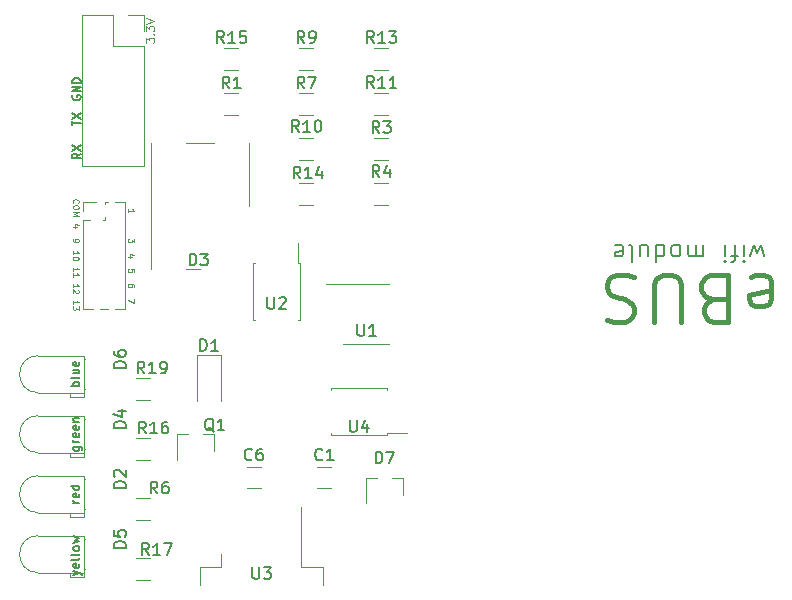
<source format=gbr>
%TF.GenerationSoftware,KiCad,Pcbnew,5.1.5+dfsg1-2build2*%
%TF.CreationDate,2022-11-14T11:38:36+01:00*%
%TF.ProjectId,ebus,65627573-2e6b-4696-9361-645f70636258,rev?*%
%TF.SameCoordinates,Original*%
%TF.FileFunction,Legend,Top*%
%TF.FilePolarity,Positive*%
%FSLAX46Y46*%
G04 Gerber Fmt 4.6, Leading zero omitted, Abs format (unit mm)*
G04 Created by KiCad (PCBNEW 5.1.5+dfsg1-2build2) date 2022-11-14 11:38:36*
%MOMM*%
%LPD*%
G04 APERTURE LIST*
%ADD10C,0.125000*%
%ADD11C,0.200000*%
%ADD12C,0.400000*%
%ADD13C,0.150000*%
%ADD14C,0.120000*%
G04 APERTURE END LIST*
D10*
X63448428Y-106160142D02*
X63424619Y-106136333D01*
X63400809Y-106064904D01*
X63400809Y-106017285D01*
X63424619Y-105945857D01*
X63472238Y-105898238D01*
X63519857Y-105874428D01*
X63615095Y-105850619D01*
X63686523Y-105850619D01*
X63781761Y-105874428D01*
X63829380Y-105898238D01*
X63877000Y-105945857D01*
X63900809Y-106017285D01*
X63900809Y-106064904D01*
X63877000Y-106136333D01*
X63853190Y-106160142D01*
X63900809Y-106469666D02*
X63900809Y-106564904D01*
X63877000Y-106612523D01*
X63829380Y-106660142D01*
X63734142Y-106683952D01*
X63567476Y-106683952D01*
X63472238Y-106660142D01*
X63424619Y-106612523D01*
X63400809Y-106564904D01*
X63400809Y-106469666D01*
X63424619Y-106422047D01*
X63472238Y-106374428D01*
X63567476Y-106350619D01*
X63734142Y-106350619D01*
X63829380Y-106374428D01*
X63877000Y-106422047D01*
X63900809Y-106469666D01*
X63400809Y-106898238D02*
X63900809Y-106898238D01*
X63543666Y-107064904D01*
X63900809Y-107231571D01*
X63400809Y-107231571D01*
X63400809Y-114712761D02*
X63400809Y-114427047D01*
X63400809Y-114569904D02*
X63900809Y-114569904D01*
X63829380Y-114522285D01*
X63781761Y-114474666D01*
X63757952Y-114427047D01*
X63900809Y-114879428D02*
X63900809Y-115188952D01*
X63710333Y-115022285D01*
X63710333Y-115093714D01*
X63686523Y-115141333D01*
X63662714Y-115165142D01*
X63615095Y-115188952D01*
X63496047Y-115188952D01*
X63448428Y-115165142D01*
X63424619Y-115141333D01*
X63400809Y-115093714D01*
X63400809Y-114950857D01*
X63424619Y-114903238D01*
X63448428Y-114879428D01*
X63400809Y-113315761D02*
X63400809Y-113030047D01*
X63400809Y-113172904D02*
X63900809Y-113172904D01*
X63829380Y-113125285D01*
X63781761Y-113077666D01*
X63757952Y-113030047D01*
X63853190Y-113506238D02*
X63877000Y-113530047D01*
X63900809Y-113577666D01*
X63900809Y-113696714D01*
X63877000Y-113744333D01*
X63853190Y-113768142D01*
X63805571Y-113791952D01*
X63757952Y-113791952D01*
X63686523Y-113768142D01*
X63400809Y-113482428D01*
X63400809Y-113791952D01*
X63400809Y-111918761D02*
X63400809Y-111633047D01*
X63400809Y-111775904D02*
X63900809Y-111775904D01*
X63829380Y-111728285D01*
X63781761Y-111680666D01*
X63757952Y-111633047D01*
X63400809Y-112394952D02*
X63400809Y-112109238D01*
X63400809Y-112252095D02*
X63900809Y-112252095D01*
X63829380Y-112204476D01*
X63781761Y-112156857D01*
X63757952Y-112109238D01*
X63400809Y-110521761D02*
X63400809Y-110236047D01*
X63400809Y-110378904D02*
X63900809Y-110378904D01*
X63829380Y-110331285D01*
X63781761Y-110283666D01*
X63757952Y-110236047D01*
X63900809Y-110831285D02*
X63900809Y-110878904D01*
X63877000Y-110926523D01*
X63853190Y-110950333D01*
X63805571Y-110974142D01*
X63710333Y-110997952D01*
X63591285Y-110997952D01*
X63496047Y-110974142D01*
X63448428Y-110950333D01*
X63424619Y-110926523D01*
X63400809Y-110878904D01*
X63400809Y-110831285D01*
X63424619Y-110783666D01*
X63448428Y-110759857D01*
X63496047Y-110736047D01*
X63591285Y-110712238D01*
X63710333Y-110712238D01*
X63805571Y-110736047D01*
X63853190Y-110759857D01*
X63877000Y-110783666D01*
X63900809Y-110831285D01*
X63400809Y-109251761D02*
X63400809Y-109347000D01*
X63424619Y-109394619D01*
X63448428Y-109418428D01*
X63519857Y-109466047D01*
X63615095Y-109489857D01*
X63805571Y-109489857D01*
X63853190Y-109466047D01*
X63877000Y-109442238D01*
X63900809Y-109394619D01*
X63900809Y-109299380D01*
X63877000Y-109251761D01*
X63853190Y-109227952D01*
X63805571Y-109204142D01*
X63686523Y-109204142D01*
X63638904Y-109227952D01*
X63615095Y-109251761D01*
X63591285Y-109299380D01*
X63591285Y-109394619D01*
X63615095Y-109442238D01*
X63638904Y-109466047D01*
X63686523Y-109489857D01*
X63734142Y-108172238D02*
X63400809Y-108172238D01*
X63924619Y-108053190D02*
X63567476Y-107934142D01*
X63567476Y-108243666D01*
X68599809Y-114260333D02*
X68599809Y-114593666D01*
X68099809Y-114379380D01*
X68599809Y-113252238D02*
X68599809Y-113157000D01*
X68576000Y-113109380D01*
X68552190Y-113085571D01*
X68480761Y-113037952D01*
X68385523Y-113014142D01*
X68195047Y-113014142D01*
X68147428Y-113037952D01*
X68123619Y-113061761D01*
X68099809Y-113109380D01*
X68099809Y-113204619D01*
X68123619Y-113252238D01*
X68147428Y-113276047D01*
X68195047Y-113299857D01*
X68314095Y-113299857D01*
X68361714Y-113276047D01*
X68385523Y-113252238D01*
X68409333Y-113204619D01*
X68409333Y-113109380D01*
X68385523Y-113061761D01*
X68361714Y-113037952D01*
X68314095Y-113014142D01*
X68599809Y-112006047D02*
X68599809Y-111767952D01*
X68361714Y-111744142D01*
X68385523Y-111767952D01*
X68409333Y-111815571D01*
X68409333Y-111934619D01*
X68385523Y-111982238D01*
X68361714Y-112006047D01*
X68314095Y-112029857D01*
X68195047Y-112029857D01*
X68147428Y-112006047D01*
X68123619Y-111982238D01*
X68099809Y-111934619D01*
X68099809Y-111815571D01*
X68123619Y-111767952D01*
X68147428Y-111744142D01*
X68433142Y-110712238D02*
X68099809Y-110712238D01*
X68623619Y-110593190D02*
X68266476Y-110474142D01*
X68266476Y-110783666D01*
X68599809Y-109180333D02*
X68599809Y-109489857D01*
X68409333Y-109323190D01*
X68409333Y-109394619D01*
X68385523Y-109442238D01*
X68361714Y-109466047D01*
X68314095Y-109489857D01*
X68195047Y-109489857D01*
X68147428Y-109466047D01*
X68123619Y-109442238D01*
X68099809Y-109394619D01*
X68099809Y-109251761D01*
X68123619Y-109204142D01*
X68147428Y-109180333D01*
X68099809Y-106949857D02*
X68099809Y-106664142D01*
X68099809Y-106807000D02*
X68599809Y-106807000D01*
X68528380Y-106759380D01*
X68480761Y-106711761D01*
X68456952Y-106664142D01*
D11*
X121927142Y-110684428D02*
X121641428Y-109684428D01*
X121355714Y-110398714D01*
X121070000Y-109684428D01*
X120784285Y-110684428D01*
X120212857Y-109684428D02*
X120212857Y-110684428D01*
X120212857Y-111184428D02*
X120284285Y-111113000D01*
X120212857Y-111041571D01*
X120141428Y-111113000D01*
X120212857Y-111184428D01*
X120212857Y-111041571D01*
X119712857Y-110684428D02*
X119141428Y-110684428D01*
X119498571Y-109684428D02*
X119498571Y-110970142D01*
X119427142Y-111113000D01*
X119284285Y-111184428D01*
X119141428Y-111184428D01*
X118641428Y-109684428D02*
X118641428Y-110684428D01*
X118641428Y-111184428D02*
X118712857Y-111113000D01*
X118641428Y-111041571D01*
X118570000Y-111113000D01*
X118641428Y-111184428D01*
X118641428Y-111041571D01*
X116784285Y-109684428D02*
X116784285Y-110684428D01*
X116784285Y-110541571D02*
X116712857Y-110613000D01*
X116570000Y-110684428D01*
X116355714Y-110684428D01*
X116212857Y-110613000D01*
X116141428Y-110470142D01*
X116141428Y-109684428D01*
X116141428Y-110470142D02*
X116070000Y-110613000D01*
X115927142Y-110684428D01*
X115712857Y-110684428D01*
X115570000Y-110613000D01*
X115498571Y-110470142D01*
X115498571Y-109684428D01*
X114570000Y-109684428D02*
X114712857Y-109755857D01*
X114784285Y-109827285D01*
X114855714Y-109970142D01*
X114855714Y-110398714D01*
X114784285Y-110541571D01*
X114712857Y-110613000D01*
X114570000Y-110684428D01*
X114355714Y-110684428D01*
X114212857Y-110613000D01*
X114141428Y-110541571D01*
X114070000Y-110398714D01*
X114070000Y-109970142D01*
X114141428Y-109827285D01*
X114212857Y-109755857D01*
X114355714Y-109684428D01*
X114570000Y-109684428D01*
X112784285Y-109684428D02*
X112784285Y-111184428D01*
X112784285Y-109755857D02*
X112927142Y-109684428D01*
X113212857Y-109684428D01*
X113355714Y-109755857D01*
X113427142Y-109827285D01*
X113498571Y-109970142D01*
X113498571Y-110398714D01*
X113427142Y-110541571D01*
X113355714Y-110613000D01*
X113212857Y-110684428D01*
X112927142Y-110684428D01*
X112784285Y-110613000D01*
X111427142Y-110684428D02*
X111427142Y-109684428D01*
X112070000Y-110684428D02*
X112070000Y-109898714D01*
X111998571Y-109755857D01*
X111855714Y-109684428D01*
X111641428Y-109684428D01*
X111498571Y-109755857D01*
X111427142Y-109827285D01*
X110498571Y-109684428D02*
X110641428Y-109755857D01*
X110712857Y-109898714D01*
X110712857Y-111184428D01*
X109355714Y-109755857D02*
X109498571Y-109684428D01*
X109784285Y-109684428D01*
X109927142Y-109755857D01*
X109998571Y-109898714D01*
X109998571Y-110470142D01*
X109927142Y-110613000D01*
X109784285Y-110684428D01*
X109498571Y-110684428D01*
X109355714Y-110613000D01*
X109284285Y-110470142D01*
X109284285Y-110327285D01*
X109998571Y-110184428D01*
D12*
X120808095Y-112426952D02*
X121189047Y-112236476D01*
X121950952Y-112236476D01*
X122331904Y-112426952D01*
X122522380Y-112807904D01*
X122522380Y-114331714D01*
X122331904Y-114712666D01*
X121950952Y-114903142D01*
X121189047Y-114903142D01*
X120808095Y-114712666D01*
X120617619Y-114331714D01*
X120617619Y-113950761D01*
X122522380Y-113569809D01*
X117570000Y-114331714D02*
X116998571Y-114141238D01*
X116808095Y-113950761D01*
X116617619Y-113569809D01*
X116617619Y-112998380D01*
X116808095Y-112617428D01*
X116998571Y-112426952D01*
X117379523Y-112236476D01*
X118903333Y-112236476D01*
X118903333Y-116236476D01*
X117570000Y-116236476D01*
X117189047Y-116046000D01*
X116998571Y-115855523D01*
X116808095Y-115474571D01*
X116808095Y-115093619D01*
X116998571Y-114712666D01*
X117189047Y-114522190D01*
X117570000Y-114331714D01*
X118903333Y-114331714D01*
X114903333Y-116236476D02*
X114903333Y-112998380D01*
X114712857Y-112617428D01*
X114522380Y-112426952D01*
X114141428Y-112236476D01*
X113379523Y-112236476D01*
X112998571Y-112426952D01*
X112808095Y-112617428D01*
X112617619Y-112998380D01*
X112617619Y-116236476D01*
X110903333Y-112426952D02*
X110331904Y-112236476D01*
X109379523Y-112236476D01*
X108998571Y-112426952D01*
X108808095Y-112617428D01*
X108617619Y-112998380D01*
X108617619Y-113379333D01*
X108808095Y-113760285D01*
X108998571Y-113950761D01*
X109379523Y-114141238D01*
X110141428Y-114331714D01*
X110522380Y-114522190D01*
X110712857Y-114712666D01*
X110903333Y-115093619D01*
X110903333Y-115474571D01*
X110712857Y-115855523D01*
X110522380Y-116046000D01*
X110141428Y-116236476D01*
X109189047Y-116236476D01*
X108617619Y-116046000D01*
D13*
X63966285Y-121667857D02*
X63216285Y-121667857D01*
X63502000Y-121667857D02*
X63466285Y-121596428D01*
X63466285Y-121453571D01*
X63502000Y-121382142D01*
X63537714Y-121346428D01*
X63609142Y-121310714D01*
X63823428Y-121310714D01*
X63894857Y-121346428D01*
X63930571Y-121382142D01*
X63966285Y-121453571D01*
X63966285Y-121596428D01*
X63930571Y-121667857D01*
X63966285Y-120882142D02*
X63930571Y-120953571D01*
X63859142Y-120989285D01*
X63216285Y-120989285D01*
X63466285Y-120275000D02*
X63966285Y-120275000D01*
X63466285Y-120596428D02*
X63859142Y-120596428D01*
X63930571Y-120560714D01*
X63966285Y-120489285D01*
X63966285Y-120382142D01*
X63930571Y-120310714D01*
X63894857Y-120275000D01*
X63930571Y-119632142D02*
X63966285Y-119703571D01*
X63966285Y-119846428D01*
X63930571Y-119917857D01*
X63859142Y-119953571D01*
X63573428Y-119953571D01*
X63502000Y-119917857D01*
X63466285Y-119846428D01*
X63466285Y-119703571D01*
X63502000Y-119632142D01*
X63573428Y-119596428D01*
X63644857Y-119596428D01*
X63716285Y-119953571D01*
X63466285Y-126783571D02*
X64073428Y-126783571D01*
X64144857Y-126819285D01*
X64180571Y-126855000D01*
X64216285Y-126926428D01*
X64216285Y-127033571D01*
X64180571Y-127105000D01*
X63930571Y-126783571D02*
X63966285Y-126855000D01*
X63966285Y-126997857D01*
X63930571Y-127069285D01*
X63894857Y-127105000D01*
X63823428Y-127140714D01*
X63609142Y-127140714D01*
X63537714Y-127105000D01*
X63502000Y-127069285D01*
X63466285Y-126997857D01*
X63466285Y-126855000D01*
X63502000Y-126783571D01*
X63966285Y-126426428D02*
X63466285Y-126426428D01*
X63609142Y-126426428D02*
X63537714Y-126390714D01*
X63502000Y-126355000D01*
X63466285Y-126283571D01*
X63466285Y-126212142D01*
X63930571Y-125676428D02*
X63966285Y-125747857D01*
X63966285Y-125890714D01*
X63930571Y-125962142D01*
X63859142Y-125997857D01*
X63573428Y-125997857D01*
X63502000Y-125962142D01*
X63466285Y-125890714D01*
X63466285Y-125747857D01*
X63502000Y-125676428D01*
X63573428Y-125640714D01*
X63644857Y-125640714D01*
X63716285Y-125997857D01*
X63930571Y-125033571D02*
X63966285Y-125105000D01*
X63966285Y-125247857D01*
X63930571Y-125319285D01*
X63859142Y-125355000D01*
X63573428Y-125355000D01*
X63502000Y-125319285D01*
X63466285Y-125247857D01*
X63466285Y-125105000D01*
X63502000Y-125033571D01*
X63573428Y-124997857D01*
X63644857Y-124997857D01*
X63716285Y-125355000D01*
X63466285Y-124676428D02*
X63966285Y-124676428D01*
X63537714Y-124676428D02*
X63502000Y-124640714D01*
X63466285Y-124569285D01*
X63466285Y-124462142D01*
X63502000Y-124390714D01*
X63573428Y-124355000D01*
X63966285Y-124355000D01*
X63966285Y-131524285D02*
X63466285Y-131524285D01*
X63609142Y-131524285D02*
X63537714Y-131488571D01*
X63502000Y-131452857D01*
X63466285Y-131381428D01*
X63466285Y-131310000D01*
X63930571Y-130774285D02*
X63966285Y-130845714D01*
X63966285Y-130988571D01*
X63930571Y-131060000D01*
X63859142Y-131095714D01*
X63573428Y-131095714D01*
X63502000Y-131060000D01*
X63466285Y-130988571D01*
X63466285Y-130845714D01*
X63502000Y-130774285D01*
X63573428Y-130738571D01*
X63644857Y-130738571D01*
X63716285Y-131095714D01*
X63966285Y-130095714D02*
X63216285Y-130095714D01*
X63930571Y-130095714D02*
X63966285Y-130167142D01*
X63966285Y-130310000D01*
X63930571Y-130381428D01*
X63894857Y-130417142D01*
X63823428Y-130452857D01*
X63609142Y-130452857D01*
X63537714Y-130417142D01*
X63502000Y-130381428D01*
X63466285Y-130310000D01*
X63466285Y-130167142D01*
X63502000Y-130095714D01*
X63466285Y-137642000D02*
X63966285Y-137463428D01*
X63466285Y-137284857D02*
X63966285Y-137463428D01*
X64144857Y-137534857D01*
X64180571Y-137570571D01*
X64216285Y-137642000D01*
X63930571Y-136713428D02*
X63966285Y-136784857D01*
X63966285Y-136927714D01*
X63930571Y-136999142D01*
X63859142Y-137034857D01*
X63573428Y-137034857D01*
X63502000Y-136999142D01*
X63466285Y-136927714D01*
X63466285Y-136784857D01*
X63502000Y-136713428D01*
X63573428Y-136677714D01*
X63644857Y-136677714D01*
X63716285Y-137034857D01*
X63966285Y-136249142D02*
X63930571Y-136320571D01*
X63859142Y-136356285D01*
X63216285Y-136356285D01*
X63966285Y-135856285D02*
X63930571Y-135927714D01*
X63859142Y-135963428D01*
X63216285Y-135963428D01*
X63966285Y-135463428D02*
X63930571Y-135534857D01*
X63894857Y-135570571D01*
X63823428Y-135606285D01*
X63609142Y-135606285D01*
X63537714Y-135570571D01*
X63502000Y-135534857D01*
X63466285Y-135463428D01*
X63466285Y-135356285D01*
X63502000Y-135284857D01*
X63537714Y-135249142D01*
X63609142Y-135213428D01*
X63823428Y-135213428D01*
X63894857Y-135249142D01*
X63930571Y-135284857D01*
X63966285Y-135356285D01*
X63966285Y-135463428D01*
X63466285Y-134963428D02*
X63966285Y-134820571D01*
X63609142Y-134677714D01*
X63966285Y-134534857D01*
X63466285Y-134392000D01*
D10*
X69593666Y-92600333D02*
X69593666Y-92167000D01*
X69860333Y-92400333D01*
X69860333Y-92300333D01*
X69893666Y-92233666D01*
X69927000Y-92200333D01*
X69993666Y-92167000D01*
X70160333Y-92167000D01*
X70227000Y-92200333D01*
X70260333Y-92233666D01*
X70293666Y-92300333D01*
X70293666Y-92500333D01*
X70260333Y-92567000D01*
X70227000Y-92600333D01*
X70227000Y-91867000D02*
X70260333Y-91833666D01*
X70293666Y-91867000D01*
X70260333Y-91900333D01*
X70227000Y-91867000D01*
X70293666Y-91867000D01*
X69593666Y-91600333D02*
X69593666Y-91167000D01*
X69860333Y-91400333D01*
X69860333Y-91300333D01*
X69893666Y-91233666D01*
X69927000Y-91200333D01*
X69993666Y-91167000D01*
X70160333Y-91167000D01*
X70227000Y-91200333D01*
X70260333Y-91233666D01*
X70293666Y-91300333D01*
X70293666Y-91500333D01*
X70260333Y-91567000D01*
X70227000Y-91600333D01*
X69593666Y-90967000D02*
X70293666Y-90733666D01*
X69593666Y-90500333D01*
D13*
X64070666Y-101970666D02*
X63737333Y-102204000D01*
X64070666Y-102370666D02*
X63370666Y-102370666D01*
X63370666Y-102104000D01*
X63404000Y-102037333D01*
X63437333Y-102004000D01*
X63504000Y-101970666D01*
X63604000Y-101970666D01*
X63670666Y-102004000D01*
X63704000Y-102037333D01*
X63737333Y-102104000D01*
X63737333Y-102370666D01*
X63370666Y-101737333D02*
X64070666Y-101270666D01*
X63370666Y-101270666D02*
X64070666Y-101737333D01*
X63370666Y-99593333D02*
X63370666Y-99193333D01*
X64070666Y-99393333D02*
X63370666Y-99393333D01*
X63370666Y-99026666D02*
X64070666Y-98560000D01*
X63370666Y-98560000D02*
X64070666Y-99026666D01*
X63404000Y-97053333D02*
X63370666Y-97120000D01*
X63370666Y-97220000D01*
X63404000Y-97320000D01*
X63470666Y-97386666D01*
X63537333Y-97420000D01*
X63670666Y-97453333D01*
X63770666Y-97453333D01*
X63904000Y-97420000D01*
X63970666Y-97386666D01*
X64037333Y-97320000D01*
X64070666Y-97220000D01*
X64070666Y-97153333D01*
X64037333Y-97053333D01*
X64004000Y-97020000D01*
X63770666Y-97020000D01*
X63770666Y-97153333D01*
X64070666Y-96720000D02*
X63370666Y-96720000D01*
X64070666Y-96320000D01*
X63370666Y-96320000D01*
X64070666Y-95986666D02*
X63370666Y-95986666D01*
X63370666Y-95820000D01*
X63404000Y-95720000D01*
X63470666Y-95653333D01*
X63537333Y-95620000D01*
X63670666Y-95586666D01*
X63770666Y-95586666D01*
X63904000Y-95620000D01*
X63970666Y-95653333D01*
X64037333Y-95720000D01*
X64070666Y-95820000D01*
X64070666Y-95986666D01*
D14*
%TO.C,D3*%
X75368000Y-101066000D02*
X72968000Y-101066000D01*
X78328000Y-106426000D02*
X78328000Y-101066000D01*
X70008000Y-111786000D02*
X70008000Y-101066000D01*
X74168000Y-111786000D02*
X72968000Y-111786000D01*
%TO.C,J8*%
X64275000Y-106047000D02*
X65405000Y-106047000D01*
X64275000Y-106807000D02*
X64275000Y-106047000D01*
X66982530Y-106112000D02*
X67805000Y-106112000D01*
X66165000Y-106112000D02*
X66367470Y-106112000D01*
X66165000Y-106243529D02*
X66165000Y-106112000D01*
X66165000Y-107513529D02*
X66165000Y-107370471D01*
X65968471Y-107567000D02*
X66111529Y-107567000D01*
X64275000Y-107567000D02*
X64841529Y-107567000D01*
X67805000Y-106112000D02*
X67805000Y-115122000D01*
X64275000Y-107567000D02*
X64275000Y-115122000D01*
X65712530Y-115122000D02*
X66367470Y-115122000D01*
X66982530Y-115122000D02*
X67805000Y-115122000D01*
X64275000Y-115122000D02*
X65097470Y-115122000D01*
%TO.C,U4*%
X85230000Y-125825000D02*
X85230000Y-125675000D01*
X90030000Y-125825000D02*
X85230000Y-125825000D01*
X90030000Y-125675000D02*
X90030000Y-125825000D01*
X90030000Y-121825000D02*
X90030000Y-121975000D01*
X85230000Y-121825000D02*
X90030000Y-121825000D01*
X85230000Y-121975000D02*
X85230000Y-121825000D01*
X90030000Y-125675000D02*
X91730000Y-125675000D01*
%TO.C,U3*%
X75985000Y-137004000D02*
X75985000Y-135904000D01*
X74175000Y-137004000D02*
X75985000Y-137004000D01*
X74175000Y-138504000D02*
X74175000Y-137004000D01*
X82765000Y-137004000D02*
X82765000Y-131879000D01*
X84575000Y-137004000D02*
X82765000Y-137004000D01*
X84575000Y-138504000D02*
X84575000Y-137004000D01*
%TO.C,U2*%
X82645000Y-116065000D02*
X82495000Y-116065000D01*
X82645000Y-111265000D02*
X82645000Y-116065000D01*
X82495000Y-111265000D02*
X82645000Y-111265000D01*
X78645000Y-111265000D02*
X78795000Y-111265000D01*
X78645000Y-116065000D02*
X78645000Y-111265000D01*
X78795000Y-116065000D02*
X78645000Y-116065000D01*
X82495000Y-111265000D02*
X82495000Y-109565000D01*
%TO.C,J3*%
X68072000Y-90237000D02*
X69402000Y-90237000D01*
X69402000Y-90237000D02*
X69402000Y-91567000D01*
X66802000Y-90237000D02*
X66802000Y-92837000D01*
X66802000Y-92837000D02*
X69402000Y-92837000D01*
X69402000Y-92837000D02*
X69402000Y-103057000D01*
X64202000Y-103057000D02*
X69402000Y-103057000D01*
X64202000Y-90237000D02*
X64202000Y-103057000D01*
X64202000Y-90237000D02*
X66802000Y-90237000D01*
%TO.C,U1*%
X88265000Y-118130000D02*
X90215000Y-118130000D01*
X88265000Y-118130000D02*
X86315000Y-118130000D01*
X88265000Y-113010000D02*
X90215000Y-113010000D01*
X88265000Y-113010000D02*
X84815000Y-113010000D01*
%TO.C,Q1*%
X75367000Y-125732000D02*
X74437000Y-125732000D01*
X72207000Y-125732000D02*
X73137000Y-125732000D01*
X72207000Y-125732000D02*
X72207000Y-127892000D01*
X75367000Y-125732000D02*
X75367000Y-127192000D01*
%TO.C,D7*%
X91369000Y-129415000D02*
X90439000Y-129415000D01*
X88209000Y-129415000D02*
X89139000Y-129415000D01*
X88209000Y-129415000D02*
X88209000Y-131575000D01*
X91369000Y-129415000D02*
X91369000Y-130875000D01*
%TO.C,D1*%
X75930000Y-119035000D02*
X73930000Y-119035000D01*
X73930000Y-119035000D02*
X73930000Y-122935000D01*
X75930000Y-119035000D02*
X75930000Y-122935000D01*
%TO.C,R19*%
X68739936Y-121010000D02*
X69944064Y-121010000D01*
X68739936Y-122830000D02*
X69944064Y-122830000D01*
%TO.C,R17*%
X68739936Y-136250000D02*
X69944064Y-136250000D01*
X68739936Y-138070000D02*
X69944064Y-138070000D01*
%TO.C,R16*%
X68739936Y-126090000D02*
X69944064Y-126090000D01*
X68739936Y-127910000D02*
X69944064Y-127910000D01*
%TO.C,R15*%
X76232936Y-93070000D02*
X77437064Y-93070000D01*
X76232936Y-94890000D02*
X77437064Y-94890000D01*
%TO.C,R14*%
X83787064Y-106320000D02*
X82582936Y-106320000D01*
X83787064Y-104500000D02*
X82582936Y-104500000D01*
%TO.C,R13*%
X88932936Y-93070000D02*
X90137064Y-93070000D01*
X88932936Y-94890000D02*
X90137064Y-94890000D01*
%TO.C,R11*%
X88932936Y-96880000D02*
X90137064Y-96880000D01*
X88932936Y-98700000D02*
X90137064Y-98700000D01*
%TO.C,R10*%
X83787064Y-102510000D02*
X82582936Y-102510000D01*
X83787064Y-100690000D02*
X82582936Y-100690000D01*
%TO.C,R9*%
X82582936Y-93070000D02*
X83787064Y-93070000D01*
X82582936Y-94890000D02*
X83787064Y-94890000D01*
%TO.C,R7*%
X82582936Y-96880000D02*
X83787064Y-96880000D01*
X82582936Y-98700000D02*
X83787064Y-98700000D01*
%TO.C,R6*%
X68739936Y-131170000D02*
X69944064Y-131170000D01*
X68739936Y-132990000D02*
X69944064Y-132990000D01*
%TO.C,R4*%
X90137064Y-106320000D02*
X88932936Y-106320000D01*
X90137064Y-104500000D02*
X88932936Y-104500000D01*
%TO.C,R3*%
X88932936Y-100690000D02*
X90137064Y-100690000D01*
X88932936Y-102510000D02*
X90137064Y-102510000D01*
%TO.C,R1*%
X77437064Y-98700000D02*
X76232936Y-98700000D01*
X77437064Y-96880000D02*
X76232936Y-96880000D01*
%TO.C,C6*%
X78137936Y-128503000D02*
X79342064Y-128503000D01*
X78137936Y-130323000D02*
X79342064Y-130323000D01*
%TO.C,C1*%
X85311064Y-130323000D02*
X84106936Y-130323000D01*
X85311064Y-128503000D02*
X84106936Y-128503000D01*
%TO.C,D6*%
X64322000Y-119090000D02*
X60462000Y-119090000D01*
X64322000Y-122210000D02*
X60462000Y-122210000D01*
X64322000Y-119090000D02*
X64322000Y-122210000D01*
X64322000Y-122610000D02*
X63202000Y-122610000D01*
X63202000Y-122610000D02*
X63202000Y-122210000D01*
X63202000Y-122210000D02*
X64322000Y-122210000D01*
X64322000Y-122210000D02*
X64322000Y-122610000D01*
X64452000Y-119380000D02*
X64322000Y-119380000D01*
X64322000Y-119380000D02*
X64322000Y-119380000D01*
X64322000Y-119380000D02*
X64452000Y-119380000D01*
X64452000Y-119380000D02*
X64452000Y-119380000D01*
X64452000Y-121920000D02*
X64322000Y-121920000D01*
X64322000Y-121920000D02*
X64322000Y-121920000D01*
X64322000Y-121920000D02*
X64452000Y-121920000D01*
X64452000Y-121920000D02*
X64452000Y-121920000D01*
X60462000Y-122210000D02*
G75*
G02X60462000Y-119090000I0J1560000D01*
G01*
%TO.C,D5*%
X64322000Y-134330000D02*
X60462000Y-134330000D01*
X64322000Y-137450000D02*
X60462000Y-137450000D01*
X64322000Y-134330000D02*
X64322000Y-137450000D01*
X64322000Y-137850000D02*
X63202000Y-137850000D01*
X63202000Y-137850000D02*
X63202000Y-137450000D01*
X63202000Y-137450000D02*
X64322000Y-137450000D01*
X64322000Y-137450000D02*
X64322000Y-137850000D01*
X64452000Y-134620000D02*
X64322000Y-134620000D01*
X64322000Y-134620000D02*
X64322000Y-134620000D01*
X64322000Y-134620000D02*
X64452000Y-134620000D01*
X64452000Y-134620000D02*
X64452000Y-134620000D01*
X64452000Y-137160000D02*
X64322000Y-137160000D01*
X64322000Y-137160000D02*
X64322000Y-137160000D01*
X64322000Y-137160000D02*
X64452000Y-137160000D01*
X64452000Y-137160000D02*
X64452000Y-137160000D01*
X60462000Y-137450000D02*
G75*
G02X60462000Y-134330000I0J1560000D01*
G01*
%TO.C,D4*%
X64322000Y-124170000D02*
X60462000Y-124170000D01*
X64322000Y-127290000D02*
X60462000Y-127290000D01*
X64322000Y-124170000D02*
X64322000Y-127290000D01*
X64322000Y-127690000D02*
X63202000Y-127690000D01*
X63202000Y-127690000D02*
X63202000Y-127290000D01*
X63202000Y-127290000D02*
X64322000Y-127290000D01*
X64322000Y-127290000D02*
X64322000Y-127690000D01*
X64452000Y-124460000D02*
X64322000Y-124460000D01*
X64322000Y-124460000D02*
X64322000Y-124460000D01*
X64322000Y-124460000D02*
X64452000Y-124460000D01*
X64452000Y-124460000D02*
X64452000Y-124460000D01*
X64452000Y-127000000D02*
X64322000Y-127000000D01*
X64322000Y-127000000D02*
X64322000Y-127000000D01*
X64322000Y-127000000D02*
X64452000Y-127000000D01*
X64452000Y-127000000D02*
X64452000Y-127000000D01*
X60462000Y-127290000D02*
G75*
G02X60462000Y-124170000I0J1560000D01*
G01*
%TO.C,D2*%
X64322000Y-129250000D02*
X60462000Y-129250000D01*
X64322000Y-132370000D02*
X60462000Y-132370000D01*
X64322000Y-129250000D02*
X64322000Y-132370000D01*
X64322000Y-132770000D02*
X63202000Y-132770000D01*
X63202000Y-132770000D02*
X63202000Y-132370000D01*
X63202000Y-132370000D02*
X64322000Y-132370000D01*
X64322000Y-132370000D02*
X64322000Y-132770000D01*
X64452000Y-129540000D02*
X64322000Y-129540000D01*
X64322000Y-129540000D02*
X64322000Y-129540000D01*
X64322000Y-129540000D02*
X64452000Y-129540000D01*
X64452000Y-129540000D02*
X64452000Y-129540000D01*
X64452000Y-132080000D02*
X64322000Y-132080000D01*
X64322000Y-132080000D02*
X64322000Y-132080000D01*
X64322000Y-132080000D02*
X64452000Y-132080000D01*
X64452000Y-132080000D02*
X64452000Y-132080000D01*
X60462000Y-132370000D02*
G75*
G02X60462000Y-129250000I0J1560000D01*
G01*
%TO.C,D3*%
D13*
X73302904Y-111450380D02*
X73302904Y-110450380D01*
X73541000Y-110450380D01*
X73683857Y-110498000D01*
X73779095Y-110593238D01*
X73826714Y-110688476D01*
X73874333Y-110878952D01*
X73874333Y-111021809D01*
X73826714Y-111212285D01*
X73779095Y-111307523D01*
X73683857Y-111402761D01*
X73541000Y-111450380D01*
X73302904Y-111450380D01*
X74207666Y-110450380D02*
X74826714Y-110450380D01*
X74493380Y-110831333D01*
X74636238Y-110831333D01*
X74731476Y-110878952D01*
X74779095Y-110926571D01*
X74826714Y-111021809D01*
X74826714Y-111259904D01*
X74779095Y-111355142D01*
X74731476Y-111402761D01*
X74636238Y-111450380D01*
X74350523Y-111450380D01*
X74255285Y-111402761D01*
X74207666Y-111355142D01*
%TO.C,U4*%
X86868095Y-124547380D02*
X86868095Y-125356904D01*
X86915714Y-125452142D01*
X86963333Y-125499761D01*
X87058571Y-125547380D01*
X87249047Y-125547380D01*
X87344285Y-125499761D01*
X87391904Y-125452142D01*
X87439523Y-125356904D01*
X87439523Y-124547380D01*
X88344285Y-124880714D02*
X88344285Y-125547380D01*
X88106190Y-124499761D02*
X87868095Y-125214047D01*
X88487142Y-125214047D01*
%TO.C,U3*%
X78613095Y-136993380D02*
X78613095Y-137802904D01*
X78660714Y-137898142D01*
X78708333Y-137945761D01*
X78803571Y-137993380D01*
X78994047Y-137993380D01*
X79089285Y-137945761D01*
X79136904Y-137898142D01*
X79184523Y-137802904D01*
X79184523Y-136993380D01*
X79565476Y-136993380D02*
X80184523Y-136993380D01*
X79851190Y-137374333D01*
X79994047Y-137374333D01*
X80089285Y-137421952D01*
X80136904Y-137469571D01*
X80184523Y-137564809D01*
X80184523Y-137802904D01*
X80136904Y-137898142D01*
X80089285Y-137945761D01*
X79994047Y-137993380D01*
X79708333Y-137993380D01*
X79613095Y-137945761D01*
X79565476Y-137898142D01*
%TO.C,U2*%
X79883095Y-114133380D02*
X79883095Y-114942904D01*
X79930714Y-115038142D01*
X79978333Y-115085761D01*
X80073571Y-115133380D01*
X80264047Y-115133380D01*
X80359285Y-115085761D01*
X80406904Y-115038142D01*
X80454523Y-114942904D01*
X80454523Y-114133380D01*
X80883095Y-114228619D02*
X80930714Y-114181000D01*
X81025952Y-114133380D01*
X81264047Y-114133380D01*
X81359285Y-114181000D01*
X81406904Y-114228619D01*
X81454523Y-114323857D01*
X81454523Y-114419095D01*
X81406904Y-114561952D01*
X80835476Y-115133380D01*
X81454523Y-115133380D01*
%TO.C,U1*%
X87503095Y-116419380D02*
X87503095Y-117228904D01*
X87550714Y-117324142D01*
X87598333Y-117371761D01*
X87693571Y-117419380D01*
X87884047Y-117419380D01*
X87979285Y-117371761D01*
X88026904Y-117324142D01*
X88074523Y-117228904D01*
X88074523Y-116419380D01*
X89074523Y-117419380D02*
X88503095Y-117419380D01*
X88788809Y-117419380D02*
X88788809Y-116419380D01*
X88693571Y-116562238D01*
X88598333Y-116657476D01*
X88503095Y-116705095D01*
%TO.C,Q1*%
X75342761Y-125515619D02*
X75247523Y-125468000D01*
X75152285Y-125372761D01*
X75009428Y-125229904D01*
X74914190Y-125182285D01*
X74818952Y-125182285D01*
X74866571Y-125420380D02*
X74771333Y-125372761D01*
X74676095Y-125277523D01*
X74628476Y-125087047D01*
X74628476Y-124753714D01*
X74676095Y-124563238D01*
X74771333Y-124468000D01*
X74866571Y-124420380D01*
X75057047Y-124420380D01*
X75152285Y-124468000D01*
X75247523Y-124563238D01*
X75295142Y-124753714D01*
X75295142Y-125087047D01*
X75247523Y-125277523D01*
X75152285Y-125372761D01*
X75057047Y-125420380D01*
X74866571Y-125420380D01*
X76247523Y-125420380D02*
X75676095Y-125420380D01*
X75961809Y-125420380D02*
X75961809Y-124420380D01*
X75866571Y-124563238D01*
X75771333Y-124658476D01*
X75676095Y-124706095D01*
%TO.C,D7*%
X89050904Y-128214380D02*
X89050904Y-127214380D01*
X89289000Y-127214380D01*
X89431857Y-127262000D01*
X89527095Y-127357238D01*
X89574714Y-127452476D01*
X89622333Y-127642952D01*
X89622333Y-127785809D01*
X89574714Y-127976285D01*
X89527095Y-128071523D01*
X89431857Y-128166761D01*
X89289000Y-128214380D01*
X89050904Y-128214380D01*
X89955666Y-127214380D02*
X90622333Y-127214380D01*
X90193761Y-128214380D01*
%TO.C,D1*%
X74191904Y-118689380D02*
X74191904Y-117689380D01*
X74430000Y-117689380D01*
X74572857Y-117737000D01*
X74668095Y-117832238D01*
X74715714Y-117927476D01*
X74763333Y-118117952D01*
X74763333Y-118260809D01*
X74715714Y-118451285D01*
X74668095Y-118546523D01*
X74572857Y-118641761D01*
X74430000Y-118689380D01*
X74191904Y-118689380D01*
X75715714Y-118689380D02*
X75144285Y-118689380D01*
X75430000Y-118689380D02*
X75430000Y-117689380D01*
X75334761Y-117832238D01*
X75239523Y-117927476D01*
X75144285Y-117975095D01*
%TO.C,R19*%
X69461142Y-120594380D02*
X69127809Y-120118190D01*
X68889714Y-120594380D02*
X68889714Y-119594380D01*
X69270666Y-119594380D01*
X69365904Y-119642000D01*
X69413523Y-119689619D01*
X69461142Y-119784857D01*
X69461142Y-119927714D01*
X69413523Y-120022952D01*
X69365904Y-120070571D01*
X69270666Y-120118190D01*
X68889714Y-120118190D01*
X70413523Y-120594380D02*
X69842095Y-120594380D01*
X70127809Y-120594380D02*
X70127809Y-119594380D01*
X70032571Y-119737238D01*
X69937333Y-119832476D01*
X69842095Y-119880095D01*
X70889714Y-120594380D02*
X71080190Y-120594380D01*
X71175428Y-120546761D01*
X71223047Y-120499142D01*
X71318285Y-120356285D01*
X71365904Y-120165809D01*
X71365904Y-119784857D01*
X71318285Y-119689619D01*
X71270666Y-119642000D01*
X71175428Y-119594380D01*
X70984952Y-119594380D01*
X70889714Y-119642000D01*
X70842095Y-119689619D01*
X70794476Y-119784857D01*
X70794476Y-120022952D01*
X70842095Y-120118190D01*
X70889714Y-120165809D01*
X70984952Y-120213428D01*
X71175428Y-120213428D01*
X71270666Y-120165809D01*
X71318285Y-120118190D01*
X71365904Y-120022952D01*
%TO.C,R17*%
X69842142Y-135961380D02*
X69508809Y-135485190D01*
X69270714Y-135961380D02*
X69270714Y-134961380D01*
X69651666Y-134961380D01*
X69746904Y-135009000D01*
X69794523Y-135056619D01*
X69842142Y-135151857D01*
X69842142Y-135294714D01*
X69794523Y-135389952D01*
X69746904Y-135437571D01*
X69651666Y-135485190D01*
X69270714Y-135485190D01*
X70794523Y-135961380D02*
X70223095Y-135961380D01*
X70508809Y-135961380D02*
X70508809Y-134961380D01*
X70413571Y-135104238D01*
X70318333Y-135199476D01*
X70223095Y-135247095D01*
X71127857Y-134961380D02*
X71794523Y-134961380D01*
X71365952Y-135961380D01*
%TO.C,R16*%
X69588142Y-125674380D02*
X69254809Y-125198190D01*
X69016714Y-125674380D02*
X69016714Y-124674380D01*
X69397666Y-124674380D01*
X69492904Y-124722000D01*
X69540523Y-124769619D01*
X69588142Y-124864857D01*
X69588142Y-125007714D01*
X69540523Y-125102952D01*
X69492904Y-125150571D01*
X69397666Y-125198190D01*
X69016714Y-125198190D01*
X70540523Y-125674380D02*
X69969095Y-125674380D01*
X70254809Y-125674380D02*
X70254809Y-124674380D01*
X70159571Y-124817238D01*
X70064333Y-124912476D01*
X69969095Y-124960095D01*
X71397666Y-124674380D02*
X71207190Y-124674380D01*
X71111952Y-124722000D01*
X71064333Y-124769619D01*
X70969095Y-124912476D01*
X70921476Y-125102952D01*
X70921476Y-125483904D01*
X70969095Y-125579142D01*
X71016714Y-125626761D01*
X71111952Y-125674380D01*
X71302428Y-125674380D01*
X71397666Y-125626761D01*
X71445285Y-125579142D01*
X71492904Y-125483904D01*
X71492904Y-125245809D01*
X71445285Y-125150571D01*
X71397666Y-125102952D01*
X71302428Y-125055333D01*
X71111952Y-125055333D01*
X71016714Y-125102952D01*
X70969095Y-125150571D01*
X70921476Y-125245809D01*
%TO.C,R15*%
X76192142Y-92612380D02*
X75858809Y-92136190D01*
X75620714Y-92612380D02*
X75620714Y-91612380D01*
X76001666Y-91612380D01*
X76096904Y-91660000D01*
X76144523Y-91707619D01*
X76192142Y-91802857D01*
X76192142Y-91945714D01*
X76144523Y-92040952D01*
X76096904Y-92088571D01*
X76001666Y-92136190D01*
X75620714Y-92136190D01*
X77144523Y-92612380D02*
X76573095Y-92612380D01*
X76858809Y-92612380D02*
X76858809Y-91612380D01*
X76763571Y-91755238D01*
X76668333Y-91850476D01*
X76573095Y-91898095D01*
X78049285Y-91612380D02*
X77573095Y-91612380D01*
X77525476Y-92088571D01*
X77573095Y-92040952D01*
X77668333Y-91993333D01*
X77906428Y-91993333D01*
X78001666Y-92040952D01*
X78049285Y-92088571D01*
X78096904Y-92183809D01*
X78096904Y-92421904D01*
X78049285Y-92517142D01*
X78001666Y-92564761D01*
X77906428Y-92612380D01*
X77668333Y-92612380D01*
X77573095Y-92564761D01*
X77525476Y-92517142D01*
%TO.C,R14*%
X82669142Y-104084380D02*
X82335809Y-103608190D01*
X82097714Y-104084380D02*
X82097714Y-103084380D01*
X82478666Y-103084380D01*
X82573904Y-103132000D01*
X82621523Y-103179619D01*
X82669142Y-103274857D01*
X82669142Y-103417714D01*
X82621523Y-103512952D01*
X82573904Y-103560571D01*
X82478666Y-103608190D01*
X82097714Y-103608190D01*
X83621523Y-104084380D02*
X83050095Y-104084380D01*
X83335809Y-104084380D02*
X83335809Y-103084380D01*
X83240571Y-103227238D01*
X83145333Y-103322476D01*
X83050095Y-103370095D01*
X84478666Y-103417714D02*
X84478666Y-104084380D01*
X84240571Y-103036761D02*
X84002476Y-103751047D01*
X84621523Y-103751047D01*
%TO.C,R13*%
X88892142Y-92612380D02*
X88558809Y-92136190D01*
X88320714Y-92612380D02*
X88320714Y-91612380D01*
X88701666Y-91612380D01*
X88796904Y-91660000D01*
X88844523Y-91707619D01*
X88892142Y-91802857D01*
X88892142Y-91945714D01*
X88844523Y-92040952D01*
X88796904Y-92088571D01*
X88701666Y-92136190D01*
X88320714Y-92136190D01*
X89844523Y-92612380D02*
X89273095Y-92612380D01*
X89558809Y-92612380D02*
X89558809Y-91612380D01*
X89463571Y-91755238D01*
X89368333Y-91850476D01*
X89273095Y-91898095D01*
X90177857Y-91612380D02*
X90796904Y-91612380D01*
X90463571Y-91993333D01*
X90606428Y-91993333D01*
X90701666Y-92040952D01*
X90749285Y-92088571D01*
X90796904Y-92183809D01*
X90796904Y-92421904D01*
X90749285Y-92517142D01*
X90701666Y-92564761D01*
X90606428Y-92612380D01*
X90320714Y-92612380D01*
X90225476Y-92564761D01*
X90177857Y-92517142D01*
%TO.C,R11*%
X88892142Y-96422380D02*
X88558809Y-95946190D01*
X88320714Y-96422380D02*
X88320714Y-95422380D01*
X88701666Y-95422380D01*
X88796904Y-95470000D01*
X88844523Y-95517619D01*
X88892142Y-95612857D01*
X88892142Y-95755714D01*
X88844523Y-95850952D01*
X88796904Y-95898571D01*
X88701666Y-95946190D01*
X88320714Y-95946190D01*
X89844523Y-96422380D02*
X89273095Y-96422380D01*
X89558809Y-96422380D02*
X89558809Y-95422380D01*
X89463571Y-95565238D01*
X89368333Y-95660476D01*
X89273095Y-95708095D01*
X90796904Y-96422380D02*
X90225476Y-96422380D01*
X90511190Y-96422380D02*
X90511190Y-95422380D01*
X90415952Y-95565238D01*
X90320714Y-95660476D01*
X90225476Y-95708095D01*
%TO.C,R10*%
X82542142Y-100147380D02*
X82208809Y-99671190D01*
X81970714Y-100147380D02*
X81970714Y-99147380D01*
X82351666Y-99147380D01*
X82446904Y-99195000D01*
X82494523Y-99242619D01*
X82542142Y-99337857D01*
X82542142Y-99480714D01*
X82494523Y-99575952D01*
X82446904Y-99623571D01*
X82351666Y-99671190D01*
X81970714Y-99671190D01*
X83494523Y-100147380D02*
X82923095Y-100147380D01*
X83208809Y-100147380D02*
X83208809Y-99147380D01*
X83113571Y-99290238D01*
X83018333Y-99385476D01*
X82923095Y-99433095D01*
X84113571Y-99147380D02*
X84208809Y-99147380D01*
X84304047Y-99195000D01*
X84351666Y-99242619D01*
X84399285Y-99337857D01*
X84446904Y-99528333D01*
X84446904Y-99766428D01*
X84399285Y-99956904D01*
X84351666Y-100052142D01*
X84304047Y-100099761D01*
X84208809Y-100147380D01*
X84113571Y-100147380D01*
X84018333Y-100099761D01*
X83970714Y-100052142D01*
X83923095Y-99956904D01*
X83875476Y-99766428D01*
X83875476Y-99528333D01*
X83923095Y-99337857D01*
X83970714Y-99242619D01*
X84018333Y-99195000D01*
X84113571Y-99147380D01*
%TO.C,R9*%
X83018333Y-92612380D02*
X82685000Y-92136190D01*
X82446904Y-92612380D02*
X82446904Y-91612380D01*
X82827857Y-91612380D01*
X82923095Y-91660000D01*
X82970714Y-91707619D01*
X83018333Y-91802857D01*
X83018333Y-91945714D01*
X82970714Y-92040952D01*
X82923095Y-92088571D01*
X82827857Y-92136190D01*
X82446904Y-92136190D01*
X83494523Y-92612380D02*
X83685000Y-92612380D01*
X83780238Y-92564761D01*
X83827857Y-92517142D01*
X83923095Y-92374285D01*
X83970714Y-92183809D01*
X83970714Y-91802857D01*
X83923095Y-91707619D01*
X83875476Y-91660000D01*
X83780238Y-91612380D01*
X83589761Y-91612380D01*
X83494523Y-91660000D01*
X83446904Y-91707619D01*
X83399285Y-91802857D01*
X83399285Y-92040952D01*
X83446904Y-92136190D01*
X83494523Y-92183809D01*
X83589761Y-92231428D01*
X83780238Y-92231428D01*
X83875476Y-92183809D01*
X83923095Y-92136190D01*
X83970714Y-92040952D01*
%TO.C,R7*%
X83018333Y-96464380D02*
X82685000Y-95988190D01*
X82446904Y-96464380D02*
X82446904Y-95464380D01*
X82827857Y-95464380D01*
X82923095Y-95512000D01*
X82970714Y-95559619D01*
X83018333Y-95654857D01*
X83018333Y-95797714D01*
X82970714Y-95892952D01*
X82923095Y-95940571D01*
X82827857Y-95988190D01*
X82446904Y-95988190D01*
X83351666Y-95464380D02*
X84018333Y-95464380D01*
X83589761Y-96464380D01*
%TO.C,R6*%
X70572333Y-130754380D02*
X70239000Y-130278190D01*
X70000904Y-130754380D02*
X70000904Y-129754380D01*
X70381857Y-129754380D01*
X70477095Y-129802000D01*
X70524714Y-129849619D01*
X70572333Y-129944857D01*
X70572333Y-130087714D01*
X70524714Y-130182952D01*
X70477095Y-130230571D01*
X70381857Y-130278190D01*
X70000904Y-130278190D01*
X71429476Y-129754380D02*
X71239000Y-129754380D01*
X71143761Y-129802000D01*
X71096142Y-129849619D01*
X71000904Y-129992476D01*
X70953285Y-130182952D01*
X70953285Y-130563904D01*
X71000904Y-130659142D01*
X71048523Y-130706761D01*
X71143761Y-130754380D01*
X71334238Y-130754380D01*
X71429476Y-130706761D01*
X71477095Y-130659142D01*
X71524714Y-130563904D01*
X71524714Y-130325809D01*
X71477095Y-130230571D01*
X71429476Y-130182952D01*
X71334238Y-130135333D01*
X71143761Y-130135333D01*
X71048523Y-130182952D01*
X71000904Y-130230571D01*
X70953285Y-130325809D01*
%TO.C,R4*%
X89368333Y-103957380D02*
X89035000Y-103481190D01*
X88796904Y-103957380D02*
X88796904Y-102957380D01*
X89177857Y-102957380D01*
X89273095Y-103005000D01*
X89320714Y-103052619D01*
X89368333Y-103147857D01*
X89368333Y-103290714D01*
X89320714Y-103385952D01*
X89273095Y-103433571D01*
X89177857Y-103481190D01*
X88796904Y-103481190D01*
X90225476Y-103290714D02*
X90225476Y-103957380D01*
X89987380Y-102909761D02*
X89749285Y-103624047D01*
X90368333Y-103624047D01*
%TO.C,R3*%
X89368333Y-100232380D02*
X89035000Y-99756190D01*
X88796904Y-100232380D02*
X88796904Y-99232380D01*
X89177857Y-99232380D01*
X89273095Y-99280000D01*
X89320714Y-99327619D01*
X89368333Y-99422857D01*
X89368333Y-99565714D01*
X89320714Y-99660952D01*
X89273095Y-99708571D01*
X89177857Y-99756190D01*
X88796904Y-99756190D01*
X89701666Y-99232380D02*
X90320714Y-99232380D01*
X89987380Y-99613333D01*
X90130238Y-99613333D01*
X90225476Y-99660952D01*
X90273095Y-99708571D01*
X90320714Y-99803809D01*
X90320714Y-100041904D01*
X90273095Y-100137142D01*
X90225476Y-100184761D01*
X90130238Y-100232380D01*
X89844523Y-100232380D01*
X89749285Y-100184761D01*
X89701666Y-100137142D01*
%TO.C,R1*%
X76668333Y-96464380D02*
X76335000Y-95988190D01*
X76096904Y-96464380D02*
X76096904Y-95464380D01*
X76477857Y-95464380D01*
X76573095Y-95512000D01*
X76620714Y-95559619D01*
X76668333Y-95654857D01*
X76668333Y-95797714D01*
X76620714Y-95892952D01*
X76573095Y-95940571D01*
X76477857Y-95988190D01*
X76096904Y-95988190D01*
X77620714Y-96464380D02*
X77049285Y-96464380D01*
X77335000Y-96464380D02*
X77335000Y-95464380D01*
X77239761Y-95607238D01*
X77144523Y-95702476D01*
X77049285Y-95750095D01*
%TO.C,C6*%
X78573333Y-127865142D02*
X78525714Y-127912761D01*
X78382857Y-127960380D01*
X78287619Y-127960380D01*
X78144761Y-127912761D01*
X78049523Y-127817523D01*
X78001904Y-127722285D01*
X77954285Y-127531809D01*
X77954285Y-127388952D01*
X78001904Y-127198476D01*
X78049523Y-127103238D01*
X78144761Y-127008000D01*
X78287619Y-126960380D01*
X78382857Y-126960380D01*
X78525714Y-127008000D01*
X78573333Y-127055619D01*
X79430476Y-126960380D02*
X79240000Y-126960380D01*
X79144761Y-127008000D01*
X79097142Y-127055619D01*
X79001904Y-127198476D01*
X78954285Y-127388952D01*
X78954285Y-127769904D01*
X79001904Y-127865142D01*
X79049523Y-127912761D01*
X79144761Y-127960380D01*
X79335238Y-127960380D01*
X79430476Y-127912761D01*
X79478095Y-127865142D01*
X79525714Y-127769904D01*
X79525714Y-127531809D01*
X79478095Y-127436571D01*
X79430476Y-127388952D01*
X79335238Y-127341333D01*
X79144761Y-127341333D01*
X79049523Y-127388952D01*
X79001904Y-127436571D01*
X78954285Y-127531809D01*
%TO.C,C1*%
X84542333Y-127865142D02*
X84494714Y-127912761D01*
X84351857Y-127960380D01*
X84256619Y-127960380D01*
X84113761Y-127912761D01*
X84018523Y-127817523D01*
X83970904Y-127722285D01*
X83923285Y-127531809D01*
X83923285Y-127388952D01*
X83970904Y-127198476D01*
X84018523Y-127103238D01*
X84113761Y-127008000D01*
X84256619Y-126960380D01*
X84351857Y-126960380D01*
X84494714Y-127008000D01*
X84542333Y-127055619D01*
X85494714Y-127960380D02*
X84923285Y-127960380D01*
X85209000Y-127960380D02*
X85209000Y-126960380D01*
X85113761Y-127103238D01*
X85018523Y-127198476D01*
X84923285Y-127246095D01*
%TO.C,D6*%
X67889380Y-120118095D02*
X66889380Y-120118095D01*
X66889380Y-119880000D01*
X66937000Y-119737142D01*
X67032238Y-119641904D01*
X67127476Y-119594285D01*
X67317952Y-119546666D01*
X67460809Y-119546666D01*
X67651285Y-119594285D01*
X67746523Y-119641904D01*
X67841761Y-119737142D01*
X67889380Y-119880000D01*
X67889380Y-120118095D01*
X66889380Y-118689523D02*
X66889380Y-118880000D01*
X66937000Y-118975238D01*
X66984619Y-119022857D01*
X67127476Y-119118095D01*
X67317952Y-119165714D01*
X67698904Y-119165714D01*
X67794142Y-119118095D01*
X67841761Y-119070476D01*
X67889380Y-118975238D01*
X67889380Y-118784761D01*
X67841761Y-118689523D01*
X67794142Y-118641904D01*
X67698904Y-118594285D01*
X67460809Y-118594285D01*
X67365571Y-118641904D01*
X67317952Y-118689523D01*
X67270333Y-118784761D01*
X67270333Y-118975238D01*
X67317952Y-119070476D01*
X67365571Y-119118095D01*
X67460809Y-119165714D01*
%TO.C,D5*%
X67889380Y-135358095D02*
X66889380Y-135358095D01*
X66889380Y-135120000D01*
X66937000Y-134977142D01*
X67032238Y-134881904D01*
X67127476Y-134834285D01*
X67317952Y-134786666D01*
X67460809Y-134786666D01*
X67651285Y-134834285D01*
X67746523Y-134881904D01*
X67841761Y-134977142D01*
X67889380Y-135120000D01*
X67889380Y-135358095D01*
X66889380Y-133881904D02*
X66889380Y-134358095D01*
X67365571Y-134405714D01*
X67317952Y-134358095D01*
X67270333Y-134262857D01*
X67270333Y-134024761D01*
X67317952Y-133929523D01*
X67365571Y-133881904D01*
X67460809Y-133834285D01*
X67698904Y-133834285D01*
X67794142Y-133881904D01*
X67841761Y-133929523D01*
X67889380Y-134024761D01*
X67889380Y-134262857D01*
X67841761Y-134358095D01*
X67794142Y-134405714D01*
%TO.C,D4*%
X67889380Y-125198095D02*
X66889380Y-125198095D01*
X66889380Y-124960000D01*
X66937000Y-124817142D01*
X67032238Y-124721904D01*
X67127476Y-124674285D01*
X67317952Y-124626666D01*
X67460809Y-124626666D01*
X67651285Y-124674285D01*
X67746523Y-124721904D01*
X67841761Y-124817142D01*
X67889380Y-124960000D01*
X67889380Y-125198095D01*
X67222714Y-123769523D02*
X67889380Y-123769523D01*
X66841761Y-124007619D02*
X67556047Y-124245714D01*
X67556047Y-123626666D01*
%TO.C,D2*%
X67889380Y-130278095D02*
X66889380Y-130278095D01*
X66889380Y-130040000D01*
X66937000Y-129897142D01*
X67032238Y-129801904D01*
X67127476Y-129754285D01*
X67317952Y-129706666D01*
X67460809Y-129706666D01*
X67651285Y-129754285D01*
X67746523Y-129801904D01*
X67841761Y-129897142D01*
X67889380Y-130040000D01*
X67889380Y-130278095D01*
X66984619Y-129325714D02*
X66937000Y-129278095D01*
X66889380Y-129182857D01*
X66889380Y-128944761D01*
X66937000Y-128849523D01*
X66984619Y-128801904D01*
X67079857Y-128754285D01*
X67175095Y-128754285D01*
X67317952Y-128801904D01*
X67889380Y-129373333D01*
X67889380Y-128754285D01*
%TD*%
M02*

</source>
